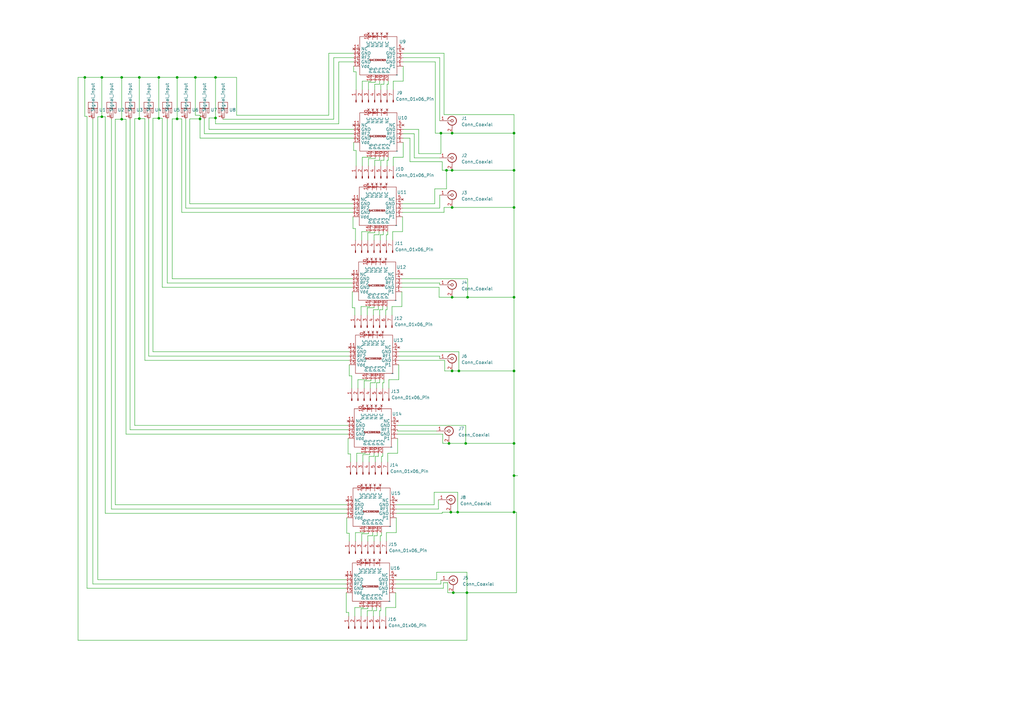
<source format=kicad_sch>
(kicad_sch (version 20230121) (generator eeschema)
  (paper "A3")
  (lib_symbols
    (symbol "Connector:Conn_01x07_Pin" (pin_names (offset 1.016) hide)
      (property "Reference" "J" (at 0 10.16 0))
      (property "Value" "Conn_01x07_Pin" (at 0 -10.16 0))
      (symbol "Conn_01x07_Pin_1_1"
        (polyline (pts (xy 1.27 -7.62) (xy 0.8636 -7.62)) (stroke (width 0.1524)))
        (polyline (pts (xy 1.27 -5.08) (xy 0.8636 -5.08)) (stroke (width 0.1524)))
        (polyline (pts (xy 1.27 -2.54) (xy 0.8636 -2.54)) (stroke (width 0.1524)))
        (polyline (pts (xy 1.27 0) (xy 0.8636 0)) (stroke (width 0.1524)))
        (polyline (pts (xy 1.27 2.54) (xy 0.8636 2.54)) (stroke (width 0.1524)))
        (polyline (pts (xy 1.27 5.08) (xy 0.8636 5.08)) (stroke (width 0.1524)))
        (polyline (pts (xy 1.27 7.62) (xy 0.8636 7.62)) (stroke (width 0.1524)))
        (rectangle (start 0.8636 -7.493) (end 0 -7.747) (stroke (width 0.1524)) (fill (type outline)))
        (rectangle (start 0.8636 -4.953) (end 0 -5.207) (stroke (width 0.1524)) (fill (type outline)))
        (rectangle (start 0.8636 -2.413) (end 0 -2.667) (stroke (width 0.1524)) (fill (type outline)))
        (rectangle (start 0.8636 0.127) (end 0 -0.127) (stroke (width 0.1524)) (fill (type outline)))
        (rectangle (start 0.8636 2.667) (end 0 2.413) (stroke (width 0.1524)) (fill (type outline)))
        (rectangle (start 0.8636 5.207) (end 0 4.953) (stroke (width 0.1524)) (fill (type outline)))
        (rectangle (start 0.8636 7.747) (end 0 7.493) (stroke (width 0.1524)) (fill (type outline)))
        (pin passive line (at 5.08 7.62 180) (length 3.81) (name "Pin_1") (number "1"))
        (pin passive line (at 5.08 5.08 180) (length 3.81) (name "Pin_2") (number "2"))
        (pin passive line (at 5.08 2.54 180) (length 3.81) (name "Pin_3") (number "3"))
        (pin passive line (at 5.08 0 180) (length 3.81) (name "Pin_4") (number "4"))
        (pin passive line (at 5.08 -2.54 180) (length 3.81) (name "Pin_5") (number "5"))
        (pin passive line (at 5.08 -5.08 180) (length 3.81) (name "Pin_6") (number "6"))
        (pin passive line (at 5.08 -7.62 180) (length 3.81) (name "Pin_7") (number "7"))
      )
    )
    (symbol "Connector:Conn_Coaxial" (pin_names (offset 1.016) hide)
      (property "Reference" "J" (at 0.254 3.048 0))
      (property "Value" "Conn_Coaxial" (at 2.921 0 90))
      (symbol "Conn_Coaxial_0_1"
        (arc (start -1.778 -0.508) (mid 0.2311 -1.8066) (end 1.778 0) (stroke (width 0.254)))
        (polyline (pts (xy -2.54 0) (xy -0.508 0)))
        (polyline (pts (xy 0 -2.54) (xy 0 -1.778)))
        (circle (center 0 0) (radius 0.508) (stroke (width 0.2032)))
        (arc (start 1.778 0) (mid 0.2099 1.8101) (end -1.778 0.508) (stroke (width 0.254)))
      )
      (symbol "Conn_Coaxial_1_1"
        (pin passive line (at -5.08 0 0) (length 2.54) (name "In") (number "1"))
        (pin passive line (at 0 -5.08 90) (length 2.54) (name "Ext") (number "2"))
      )
    )
    (symbol "Userlib:Antenna_Element"
      (property "Reference" "U" (at 0 11.43 0))
      (symbol "Antenna_Element_0_1"
        (rectangle (start -1.905 0) (end -1.27 -1.905))
        (rectangle (start -1.905 2.54) (end 1.905 0))
        (rectangle (start -0.635 0) (end 0.635 -3.81))
        (rectangle (start 1.27 0) (end 1.905 -1.905))
      )
      (symbol "Antenna_Element_1_1"
        (pin input line (at 0 -4.445 90) (length 2.54) (name "Signal_input") (number "1"))
      )
    )
    (symbol "Userlib_kicad:SAC33003Q5"
      (property "Reference" "U" (at -2.286 3.81 0))
      (symbol "SAC33003Q5_0_1"
        (rectangle (start -7.874 7.874) (end 7.366 -7.874))
      )
      (symbol "SAC33003Q5_1_1"
        (text "SAC33003Q5" (at 0 1.778 0) (effects (font (size 0.7 0.7))))
        (pin input line (at -10.414 4.318 0) (length 2.54) (name "P1") (number "1"))
        (pin no_connect line (at 3.81 -9.144 90) (length 2.54) (name "NC") (number "10"))
        (pin no_connect line (at 9.906 -2.794 180) (length 2.54) (name "NC") (number "11"))
        (pin bidirectional line (at 9.906 -1.016 180) (length 2.54) (name "GND") (number "12"))
        (pin output line (at 9.906 0.762 180) (length 2.54) (name "RF2") (number "13"))
        (pin bidirectional line (at 9.906 2.54 180) (length 2.54) (name "GND") (number "14"))
        (pin power_in line (at 9.906 4.318 180) (length 2.54) (name "Vdd") (number "15"))
        (pin input line (at 2.794 10.414 270) (length 2.54) (name "P6") (number "16"))
        (pin input line (at 1.016 10.414 270) (length 2.54) (name "P5") (number "17"))
        (pin input line (at -0.762 10.414 270) (length 2.54) (name "P4") (number "18"))
        (pin input line (at -2.54 10.414 270) (length 2.54) (name "P3") (number "19"))
        (pin bidirectional line (at -10.414 2.54 0) (length 2.54) (name "GND") (number "2"))
        (pin input line (at -4.318 10.414 270) (length 2.54) (name "P2") (number "20"))
        (pin input line (at -10.414 0.762 0) (length 2.54) (name "RF1") (number "3"))
        (pin bidirectional line (at -10.414 -1.016 0) (length 2.54) (name "GND") (number "4"))
        (pin no_connect line (at -10.414 -2.794 0) (length 2.54) (name "NC") (number "5"))
        (pin no_connect line (at -3.81 -9.144 90) (length 2.54) (name "NC") (number "6"))
        (pin no_connect line (at -1.524 -9.144 90) (length 2.54) (name "NC") (number "7"))
        (pin no_connect line (at 0.254 -9.144 90) (length 2.54) (name "NC") (number "8"))
        (pin no_connect line (at 2.032 -9.144 90) (length 2.54) (name "NC") (number "9"))
      )
    )
  )
  (junction (at 210.82 195.072))
  (junction (at 210.82 69.85))
  (junction (at 185.42 69.85))
  (junction (at 57.15 31.75))
  (junction (at 65.151 48.514))
  (junction (at 57.15 48.641))
  (junction (at 185.928 243.078))
  (junction (at 210.82 85.09))
  (junction (at 185.42 152.146))
  (junction (at 184.912 210.058))
  (junction (at 80.137 31.75))
  (junction (at 185.42 85.09))
  (junction (at 65.151 31.75))
  (junction (at 49.911 48.895))
  (junction (at 88.392 31.75))
  (junction (at 191.008 181.864))
  (junction (at 180.848 54.61))
  (junction (at 185.42 121.92))
  (junction (at 184.15 181.864))
  (junction (at 210.82 181.864))
  (junction (at 82.042 48.768))
  (junction (at 183.134 69.85))
  (junction (at 191.77 121.92))
  (junction (at 210.82 152.146))
  (junction (at 187.706 210.058))
  (junction (at 72.644 31.75))
  (junction (at 49.911 31.75))
  (junction (at 188.214 152.146))
  (junction (at 72.644 48.768))
  (junction (at 191.516 243.078))
  (junction (at 41.783 47.879))
  (junction (at 88.392 48.387))
  (junction (at 34.798 31.75))
  (junction (at 210.82 121.92))
  (junction (at 41.783 31.75))
  (junction (at 210.82 210.058))
  (junction (at 185.42 54.61))
  (junction (at 210.82 54.61))
  (wire (pts (xy 178.562 54.61) (xy 180.848 54.61)))
  (wire (pts (xy 181.356 210.058) (xy 184.912 210.058)))
  (wire (pts (xy 148.59 64.516) (xy 152.146 64.516)))
  (wire (pts (xy 32.004 31.75) (xy 34.798 31.75)))
  (wire (pts (xy 65.151 48.514) (xy 65.151 31.75)))
  (wire (pts (xy 164.846 114.3) (xy 191.77 114.3)))
  (wire (pts (xy 155.702 129.286) (xy 155.702 127)))
  (wire (pts (xy 179.07 234.696) (xy 191.516 234.696)))
  (wire (pts (xy 165.1 94.996) (xy 165.1 88.9)))
  (wire (pts (xy 151.638 186.436) (xy 151.638 185.928)))
  (wire (pts (xy 180.086 121.92) (xy 185.42 121.92)))
  (wire (pts (xy 55.245 174.498) (xy 55.245 48.641)))
  (wire (pts (xy 182.372 152.146) (xy 185.42 152.146)))
  (wire (pts (xy 143.764 189.484) (xy 143.764 186.182)))
  (wire (pts (xy 40.132 237.744) (xy 40.132 47.879)))
  (wire (pts (xy 145.034 29.464) (xy 145.034 27.178)))
  (wire (pts (xy 157.48 156.972) (xy 157.48 155.702)))
  (wire (pts (xy 158.75 127) (xy 158.75 125.73)))
  (wire (pts (xy 153.162 250.444) (xy 154.432 250.444)))
  (wire (pts (xy 171.704 53.086) (xy 171.704 62.992)))
  (wire (pts (xy 88.392 50.8) (xy 88.392 48.387)))
  (wire (pts (xy 153.416 96.266) (xy 155.448 96.266)))
  (wire (pts (xy 143.002 252.73) (xy 143.002 251.206)))
  (wire (pts (xy 153.67 68.072) (xy 153.67 65.786)))
  (wire (pts (xy 168.148 56.642) (xy 168.148 66.294)))
  (wire (pts (xy 59.436 48.641) (xy 57.15 48.641)))
  (wire (pts (xy 188.214 144.272) (xy 188.214 152.146)))
  (wire (pts (xy 158.75 65.786) (xy 159.258 65.786)))
  (wire (pts (xy 145.796 93.726) (xy 144.78 93.726)))
  (wire (pts (xy 151.384 187.198) (xy 153.416 187.198)))
  (wire (pts (xy 41.783 31.75) (xy 41.783 47.879)))
  (wire (pts (xy 70.612 48.768) (xy 72.644 48.768)))
  (wire (pts (xy 183.642 239.014) (xy 183.642 243.078)))
  (wire (pts (xy 65.151 31.75) (xy 57.15 31.75)))
  (wire (pts (xy 155.194 187.198) (xy 155.194 185.928)))
  (wire (pts (xy 146.05 36.83) (xy 146.05 29.464)))
  (wire (pts (xy 142.748 178.054) (xy 51.689 178.054)))
  (wire (pts (xy 55.245 48.641) (xy 57.15 48.641)))
  (wire (pts (xy 162.306 239.522) (xy 180.848 239.522)))
  (wire (pts (xy 151.892 159.258) (xy 151.892 156.972)))
  (wire (pts (xy 181.61 181.864) (xy 184.15 181.864)))
  (wire (pts (xy 156.464 189.484) (xy 156.464 187.198)))
  (wire (pts (xy 62.738 48.514) (xy 65.151 48.514)))
  (wire (pts (xy 68.58 116.078) (xy 68.58 48.895)))
  (wire (pts (xy 146.812 159.258) (xy 146.812 155.702)))
  (wire (pts (xy 184.15 181.864) (xy 191.008 181.864)))
  (wire (pts (xy 158.496 96.266) (xy 159.004 96.266)))
  (wire (pts (xy 191.516 243.078) (xy 211.836 243.078)))
  (wire (pts (xy 154.432 250.444) (xy 154.432 249.174)))
  (wire (pts (xy 148.336 98.552) (xy 148.336 94.996)))
  (wire (pts (xy 51.689 178.054) (xy 51.689 48.895)))
  (wire (pts (xy 35.687 47.752) (xy 34.798 47.752)))
  (wire (pts (xy 38.1 239.522) (xy 38.1 48.895)))
  (wire (pts (xy 180.34 49.53) (xy 180.34 23.622)))
  (wire (pts (xy 159.258 34.544) (xy 159.258 33.274)))
  (wire (pts (xy 148.844 189.484) (xy 148.844 186.436)))
  (wire (pts (xy 57.15 48.641) (xy 57.15 31.75)))
  (wire (pts (xy 153.924 189.484) (xy 153.924 187.198)))
  (wire (pts (xy 83.82 54.864) (xy 145.034 54.864)))
  (wire (pts (xy 163.068 174.498) (xy 191.008 174.498)))
  (wire (pts (xy 149.352 156.21) (xy 152.146 156.21)))
  (wire (pts (xy 156.972 127) (xy 156.972 125.73)))
  (wire (pts (xy 148.336 221.996) (xy 148.336 218.948)))
  (wire (pts (xy 142.748 176.276) (xy 53.34 176.276)))
  (wire (pts (xy 158.496 98.552) (xy 158.496 96.266)))
  (wire (pts (xy 138.938 50.8) (xy 88.392 50.8)))
  (wire (pts (xy 82.042 48.768) (xy 82.042 47.244)))
  (wire (pts (xy 181.356 66.294) (xy 181.356 69.85)))
  (wire (pts (xy 144.78 85.344) (xy 76.2 85.344)))
  (wire (pts (xy 158.496 221.996) (xy 158.496 218.44)))
  (wire (pts (xy 145.542 126.238) (xy 144.526 126.238)))
  (wire (pts (xy 191.008 174.498) (xy 191.008 181.864)))
  (wire (pts (xy 148.59 68.072) (xy 148.59 64.516)))
  (wire (pts (xy 156.972 187.198) (xy 156.972 185.928)))
  (wire (pts (xy 143.256 147.828) (xy 59.436 147.828)))
  (wire (pts (xy 185.42 69.85) (xy 210.82 69.85)))
  (wire (pts (xy 164.846 125.73) (xy 164.846 119.634)))
  (wire (pts (xy 134.874 47.244) (xy 97.028 47.244)))
  (wire (pts (xy 97.028 31.75) (xy 88.392 31.75)))
  (wire (pts (xy 191.008 181.864) (xy 210.82 181.864)))
  (wire (pts (xy 191.516 262.636) (xy 191.516 243.078)))
  (wire (pts (xy 151.13 218.948) (xy 151.13 218.44)))
  (wire (pts (xy 155.702 250.444) (xy 156.21 250.444)))
  (wire (pts (xy 210.82 54.61) (xy 210.82 69.85)))
  (wire (pts (xy 43.18 210.566) (xy 43.18 47.879)))
  (wire (pts (xy 183.134 69.85) (xy 185.42 69.85)))
  (wire (pts (xy 156.464 219.71) (xy 156.464 218.44)))
  (wire (pts (xy 153.924 33.782) (xy 153.924 33.274)))
  (wire (pts (xy 191.516 234.696) (xy 191.516 243.078)))
  (wire (pts (xy 155.194 127) (xy 155.194 125.73)))
  (wire (pts (xy 138.938 25.4) (xy 138.938 50.8)))
  (wire (pts (xy 80.137 31.75) (xy 72.644 31.75)))
  (wire (pts (xy 49.911 48.895) (xy 49.911 31.75)))
  (wire (pts (xy 70.612 114.3) (xy 70.612 48.768)))
  (wire (pts (xy 160.782 129.286) (xy 160.782 125.73)))
  (wire (pts (xy 142.24 207.01) (xy 47.244 207.01)))
  (wire (pts (xy 159.512 159.258) (xy 159.512 155.702)))
  (wire (pts (xy 156.21 36.83) (xy 156.21 34.544)))
  (wire (pts (xy 163.576 146.05) (xy 180.34 146.05)))
  (wire (pts (xy 162.306 237.744) (xy 179.07 237.744)))
  (wire (pts (xy 182.118 87.122) (xy 182.118 85.09)))
  (wire (pts (xy 145.542 252.73) (xy 145.542 249.174)))
  (wire (pts (xy 187.706 201.93) (xy 187.706 210.058)))
  (wire (pts (xy 142.24 210.566) (xy 43.18 210.566)))
  (wire (pts (xy 59.436 147.828) (xy 59.436 48.641)))
  (wire (pts (xy 162.56 218.44) (xy 162.56 212.344)))
  (wire (pts (xy 144.78 83.566) (xy 77.851 83.566)))
  (wire (pts (xy 153.416 98.552) (xy 153.416 96.266)))
  (wire (pts (xy 32.004 31.75) (xy 32.004 262.636)))
  (wire (pts (xy 97.028 47.244) (xy 97.028 31.75)))
  (wire (pts (xy 158.75 36.83) (xy 158.75 34.544)))
  (wire (pts (xy 155.702 65.786) (xy 155.702 64.516)))
  (wire (pts (xy 163.576 144.272) (xy 188.214 144.272)))
  (wire (pts (xy 156.21 68.072) (xy 156.21 65.786)))
  (wire (pts (xy 82.042 47.244) (xy 80.137 47.244)))
  (wire (pts (xy 155.702 156.972) (xy 155.702 155.702)))
  (wire (pts (xy 150.876 98.552) (xy 150.876 95.504)))
  (wire (pts (xy 181.356 210.566) (xy 181.356 210.058)))
  (wire (pts (xy 178.562 25.4) (xy 178.562 54.61)))
  (wire (pts (xy 163.068 176.276) (xy 163.068 176.784)))
  (wire (pts (xy 141.986 237.744) (xy 40.132 237.744)))
  (wire (pts (xy 162.306 249.174) (xy 162.306 243.078)))
  (wire (pts (xy 150.622 129.286) (xy 150.622 126.238)))
  (wire (pts (xy 212.344 195.072) (xy 210.82 195.072)))
  (wire (pts (xy 183.134 69.85) (xy 183.134 77.47)))
  (wire (pts (xy 165.354 56.642) (xy 168.148 56.642)))
  (wire (pts (xy 141.986 251.206) (xy 141.986 243.078)))
  (wire (pts (xy 85.725 48.387) (xy 88.392 48.387)))
  (wire (pts (xy 142.748 186.182) (xy 142.748 179.832)))
  (wire (pts (xy 180.34 146.05) (xy 180.34 147.066)))
  (wire (pts (xy 210.82 69.85) (xy 210.82 85.09)))
  (wire (pts (xy 74.549 48.768) (xy 72.644 48.768)))
  (wire (pts (xy 153.416 221.996) (xy 153.416 219.71)))
  (wire (pts (xy 162.56 210.566) (xy 181.356 210.566)))
  (wire (pts (xy 148.336 94.996) (xy 151.892 94.996)))
  (wire (pts (xy 34.798 47.752) (xy 34.798 31.75)))
  (wire (pts (xy 151.13 36.83) (xy 151.13 33.782)))
  (wire (pts (xy 77.851 48.768) (xy 82.042 48.768)))
  (wire (pts (xy 160.782 125.73) (xy 164.846 125.73)))
  (wire (pts (xy 163.576 155.702) (xy 163.576 149.606)))
  (wire (pts (xy 144.78 93.726) (xy 144.78 88.9)))
  (wire (pts (xy 187.706 210.058) (xy 210.82 210.058)))
  (wire (pts (xy 180.34 23.622) (xy 165.354 23.622)))
  (wire (pts (xy 146.812 155.702) (xy 150.368 155.702)))
  (wire (pts (xy 72.644 48.768) (xy 72.644 31.75)))
  (wire (pts (xy 161.29 33.274) (xy 165.354 33.274)))
  (wire (pts (xy 143.764 186.182) (xy 142.748 186.182)))
  (wire (pts (xy 88.392 31.75) (xy 80.137 31.75)))
  (wire (pts (xy 178.054 201.93) (xy 187.706 201.93)))
  (wire (pts (xy 145.796 221.996) (xy 145.796 218.44)))
  (wire (pts (xy 136.906 48.895) (xy 136.906 23.622)))
  (wire (pts (xy 153.924 65.024) (xy 153.924 64.516)))
  (wire (pts (xy 155.956 98.552) (xy 155.956 96.266)))
  (wire (pts (xy 146.05 29.464) (xy 145.034 29.464)))
  (wire (pts (xy 151.892 156.972) (xy 153.924 156.972)))
  (wire (pts (xy 80.137 47.244) (xy 80.137 31.75)))
  (wire (pts (xy 144.526 114.3) (xy 70.612 114.3)))
  (wire (pts (xy 153.416 219.71) (xy 154.686 219.71)))
  (wire (pts (xy 74.549 87.122) (xy 74.549 48.768)))
  (wire (pts (xy 169.926 64.77) (xy 169.926 54.864)))
  (wire (pts (xy 158.75 68.072) (xy 158.75 65.786)))
  (wire (pts (xy 210.82 152.146) (xy 210.82 181.864)))
  (wire (pts (xy 41.783 31.75) (xy 49.911 31.75)))
  (wire (pts (xy 150.622 252.73) (xy 150.622 250.444)))
  (wire (pts (xy 164.846 117.856) (xy 180.086 117.856)))
  (wire (pts (xy 153.416 187.198) (xy 153.416 185.928)))
  (wire (pts (xy 146.05 68.072) (xy 146.05 61.722)))
  (wire (pts (xy 151.384 189.484) (xy 151.384 187.198)))
  (wire (pts (xy 148.082 129.286) (xy 148.082 125.73)))
  (wire (pts (xy 152.146 156.21) (xy 152.146 155.702)))
  (wire (pts (xy 53.34 176.276) (xy 53.34 48.895)))
  (wire (pts (xy 144.526 126.238) (xy 144.526 119.634)))
  (wire (pts (xy 171.704 62.992) (xy 180.848 62.992)))
  (wire (pts (xy 155.956 221.996) (xy 155.956 219.71)))
  (wire (pts (xy 144.272 154.178) (xy 143.256 154.178)))
  (wire (pts (xy 143.256 221.996) (xy 143.256 218.694)))
  (wire (pts (xy 34.798 31.75) (xy 41.783 31.75)))
  (wire (pts (xy 47.244 207.01) (xy 47.244 48.895)))
  (wire (pts (xy 143.002 251.206) (xy 141.986 251.206)))
  (wire (pts (xy 144.272 159.258) (xy 144.272 154.178)))
  (wire (pts (xy 148.082 252.73) (xy 148.082 249.682)))
  (wire (pts (xy 72.644 31.75) (xy 65.151 31.75)))
  (wire (pts (xy 144.526 116.078) (xy 68.58 116.078)))
  (wire (pts (xy 49.911 48.895) (xy 51.689 48.895)))
  (wire (pts (xy 153.67 95.504) (xy 153.67 94.996)))
  (wire (pts (xy 185.42 54.61) (xy 210.82 54.61)))
  (wire (pts (xy 148.082 249.682) (xy 150.876 249.682)))
  (wire (pts (xy 91.44 48.895) (xy 136.906 48.895)))
  (wire (pts (xy 143.256 154.178) (xy 143.256 149.606)))
  (wire (pts (xy 163.068 176.784) (xy 179.07 176.784)))
  (wire (pts (xy 158.75 34.544) (xy 159.258 34.544)))
  (wire (pts (xy 157.48 34.544) (xy 157.48 33.274)))
  (wire (pts (xy 57.15 31.75) (xy 49.911 31.75)))
  (wire (pts (xy 211.836 243.078) (xy 211.836 210.058)))
  (wire (pts (xy 155.956 96.266) (xy 157.226 96.266)))
  (wire (pts (xy 156.972 156.972) (xy 157.48 156.972)))
  (wire (pts (xy 150.876 219.71) (xy 152.908 219.71)))
  (wire (pts (xy 185.42 85.09) (xy 210.82 85.09)))
  (wire (pts (xy 136.906 23.622) (xy 145.034 23.622)))
  (wire (pts (xy 155.702 34.544) (xy 155.702 33.274)))
  (wire (pts (xy 210.82 85.09) (xy 210.82 121.92)))
  (wire (pts (xy 150.876 95.504) (xy 153.67 95.504)))
  (wire (pts (xy 183.642 243.078) (xy 185.928 243.078)))
  (wire (pts (xy 66.548 48.514) (xy 65.151 48.514)))
  (wire (pts (xy 184.912 210.058) (xy 187.706 210.058)))
  (wire (pts (xy 32.004 262.636) (xy 191.516 262.636)))
  (wire (pts (xy 163.068 178.054) (xy 181.61 178.054)))
  (wire (pts (xy 165.354 33.274) (xy 165.354 27.178)))
  (wire (pts (xy 142.24 218.694) (xy 142.24 212.344)))
  (wire (pts (xy 40.132 47.879) (xy 41.783 47.879)))
  (wire (pts (xy 146.304 189.484) (xy 146.304 185.928)))
  (wire (pts (xy 150.876 221.996) (xy 150.876 219.71)))
  (wire (pts (xy 143.256 144.272) (xy 62.738 144.272)))
  (wire (pts (xy 143.256 218.694) (xy 142.24 218.694)))
  (wire (pts (xy 153.67 34.544) (xy 155.702 34.544)))
  (wire (pts (xy 180.34 80.01) (xy 180.34 85.344)))
  (wire (pts (xy 155.956 219.71) (xy 156.464 219.71)))
  (wire (pts (xy 161.036 98.552) (xy 161.036 94.996)))
  (wire (pts (xy 161.29 64.516) (xy 165.354 64.516)))
  (wire (pts (xy 151.13 65.024) (xy 153.924 65.024)))
  (wire (pts (xy 182.372 147.828) (xy 182.372 152.146)))
  (wire (pts (xy 181.61 178.054) (xy 181.61 181.864)))
  (wire (pts (xy 150.622 126.238) (xy 153.416 126.238)))
  (wire (pts (xy 159.258 65.786) (xy 159.258 64.516)))
  (wire (pts (xy 144.78 87.122) (xy 74.549 87.122)))
  (wire (pts (xy 158.242 129.286) (xy 158.242 127)))
  (wire (pts (xy 163.068 185.928) (xy 163.068 179.832)))
  (wire (pts (xy 159.004 185.928) (xy 163.068 185.928)))
  (wire (pts (xy 210.82 121.92) (xy 210.82 152.146)))
  (wire (pts (xy 35.687 241.3) (xy 35.687 47.752)))
  (wire (pts (xy 148.336 218.948) (xy 151.13 218.948)))
  (wire (pts (xy 162.56 208.788) (xy 179.832 208.788)))
  (wire (pts (xy 181.356 69.85) (xy 183.134 69.85)))
  (wire (pts (xy 168.148 66.294) (xy 181.356 66.294)))
  (wire (pts (xy 161.29 36.83) (xy 161.29 33.274)))
  (wire (pts (xy 153.924 187.198) (xy 155.194 187.198)))
  (wire (pts (xy 155.448 96.266) (xy 155.448 94.996)))
  (wire (pts (xy 41.783 47.879) (xy 43.18 47.879)))
  (wire (pts (xy 161.29 68.072) (xy 161.29 64.516)))
  (wire (pts (xy 76.2 85.344) (xy 76.2 48.895)))
  (wire (pts (xy 142.24 208.788) (xy 45.72 208.788)))
  (wire (pts (xy 182.118 46.99) (xy 210.82 46.99)))
  (wire (pts (xy 165.1 83.566) (xy 178.308 83.566)))
  (wire (pts (xy 155.702 252.73) (xy 155.702 250.444)))
  (wire (pts (xy 83.82 48.895) (xy 83.82 54.864)))
  (wire (pts (xy 145.542 129.286) (xy 145.542 126.238)))
  (wire (pts (xy 60.96 146.05) (xy 60.96 48.895)))
  (wire (pts (xy 162.56 207.01) (xy 178.054 207.01)))
  (wire (pts (xy 162.306 241.3) (xy 181.864 241.3)))
  (wire (pts (xy 158.242 249.174) (xy 162.306 249.174)))
  (wire (pts (xy 210.82 181.864) (xy 210.82 195.072)))
  (wire (pts (xy 157.48 65.786) (xy 157.48 64.516)))
  (wire (pts (xy 158.496 218.44) (xy 162.56 218.44)))
  (wire (pts (xy 45.72 208.788) (xy 45.72 48.895)))
  (wire (pts (xy 159.004 96.266) (xy 159.004 94.996)))
  (wire (pts (xy 164.846 116.078) (xy 180.34 116.078)))
  (wire (pts (xy 153.162 129.286) (xy 153.162 127)))
  (wire (pts (xy 145.796 218.44) (xy 149.352 218.44)))
  (wire (pts (xy 154.432 156.972) (xy 155.702 156.972)))
  (wire (pts (xy 188.214 152.146) (xy 210.82 152.146)))
  (wire (pts (xy 88.392 48.387) (xy 88.392 31.75)))
  (wire (pts (xy 152.654 250.444) (xy 152.654 249.174)))
  (wire (pts (xy 159.004 189.484) (xy 159.004 185.928)))
  (wire (pts (xy 153.67 36.83) (xy 153.67 34.544)))
  (wire (pts (xy 180.086 117.856) (xy 180.086 121.92)))
  (wire (pts (xy 150.876 249.682) (xy 150.876 249.174)))
  (wire (pts (xy 146.05 61.722) (xy 145.034 61.722)))
  (wire (pts (xy 157.226 96.266) (xy 157.226 94.996)))
  (wire (pts (xy 47.244 48.895) (xy 49.911 48.895)))
  (wire (pts (xy 145.542 249.174) (xy 149.098 249.174)))
  (wire (pts (xy 165.354 21.844) (xy 182.118 21.844)))
  (wire (pts (xy 178.308 77.47) (xy 183.134 77.47)))
  (wire (pts (xy 156.464 187.198) (xy 156.972 187.198)))
  (wire (pts (xy 154.686 219.71) (xy 154.686 218.44)))
  (wire (pts (xy 155.702 127) (xy 156.972 127)))
  (wire (pts (xy 153.162 127) (xy 155.194 127)))
  (wire (pts (xy 179.832 208.788) (xy 179.832 204.978)))
  (wire (pts (xy 151.13 33.782) (xy 153.924 33.782)))
  (wire (pts (xy 180.848 62.992) (xy 180.848 54.61)))
  (wire (pts (xy 180.34 116.078) (xy 180.34 116.84)))
  (wire (pts (xy 156.21 34.544) (xy 157.48 34.544)))
  (wire (pts (xy 145.034 21.844) (xy 134.874 21.844)))
  (wire (pts (xy 134.874 21.844) (xy 134.874 47.244)))
  (wire (pts (xy 148.59 36.83) (xy 148.59 33.274)))
  (wire (pts (xy 142.748 174.498) (xy 55.245 174.498)))
  (wire (pts (xy 85.725 53.086) (xy 85.725 48.387)))
  (wire (pts (xy 145.034 53.086) (xy 85.725 53.086)))
  (wire (pts (xy 179.07 237.744) (xy 179.07 234.696)))
  (wire (pts (xy 82.042 56.642) (xy 82.042 48.768)))
  (wire (pts (xy 178.054 207.01) (xy 178.054 201.93)))
  (wire (pts (xy 211.836 210.058) (xy 210.82 210.058)))
  (wire (pts (xy 150.622 250.444) (xy 152.654 250.444)))
  (wire (pts (xy 180.34 85.344) (xy 165.1 85.344)))
  (wire (pts (xy 185.928 243.078) (xy 191.516 243.078)))
  (wire (pts (xy 165.354 64.516) (xy 165.354 58.42)))
  (wire (pts (xy 148.082 125.73) (xy 151.638 125.73)))
  (wire (pts (xy 180.848 239.522) (xy 180.848 237.998)))
  (wire (pts (xy 178.308 83.566) (xy 178.308 77.47)))
  (wire (pts (xy 153.162 252.73) (xy 153.162 250.444)))
  (wire (pts (xy 153.416 126.238) (xy 153.416 125.73)))
  (wire (pts (xy 148.844 186.436) (xy 151.638 186.436)))
  (wire (pts (xy 169.926 54.864) (xy 165.354 54.864)))
  (wire (pts (xy 77.851 83.566) (xy 77.851 48.768)))
  (wire (pts (xy 210.82 46.99) (xy 210.82 54.61)))
  (wire (pts (xy 165.1 87.122) (xy 182.118 87.122)))
  (wire (pts (xy 151.13 68.072) (xy 151.13 65.024)))
  (wire (pts (xy 180.848 54.61) (xy 185.42 54.61)))
  (wire (pts (xy 180.34 64.77) (xy 169.926 64.77)))
  (wire (pts (xy 165.354 53.086) (xy 171.704 53.086)))
  (wire (pts (xy 152.908 219.71) (xy 152.908 218.44)))
  (wire (pts (xy 191.77 121.92) (xy 210.82 121.92)))
  (wire (pts (xy 145.034 56.642) (xy 82.042 56.642)))
  (wire (pts (xy 159.512 155.702) (xy 163.576 155.702)))
  (wire (pts (xy 145.796 98.552) (xy 145.796 93.726)))
  (wire (pts (xy 158.242 127) (xy 158.75 127)))
  (wire (pts (xy 146.304 185.928) (xy 149.86 185.928)))
  (wire (pts (xy 153.924 156.972) (xy 153.924 155.702)))
  (wire (pts (xy 156.21 250.444) (xy 156.21 249.174)))
  (wire (pts (xy 181.864 239.014) (xy 183.642 239.014)))
  (wire (pts (xy 163.576 147.828) (xy 182.372 147.828)))
  (wire (pts (xy 210.82 210.058) (xy 210.82 195.072)))
  (wire (pts (xy 156.21 65.786) (xy 157.48 65.786)))
  (wire (pts (xy 149.352 159.258) (xy 149.352 156.21)))
  (wire (pts (xy 153.67 65.786) (xy 155.702 65.786)))
  (wire (pts (xy 182.118 85.09) (xy 185.42 85.09)))
  (wire (pts (xy 143.256 146.05) (xy 60.96 146.05)))
  (wire (pts (xy 161.036 94.996) (xy 165.1 94.996)))
  (wire (pts (xy 158.242 252.73) (xy 158.242 249.174)))
  (wire (pts (xy 145.034 25.4) (xy 138.938 25.4)))
  (wire (pts (xy 144.526 117.856) (xy 66.548 117.856)))
  (wire (pts (xy 145.034 61.722) (xy 145.034 58.42)))
  (wire (pts (xy 62.738 144.272) (xy 62.738 48.514)))
  (wire (pts (xy 182.118 21.844) (xy 182.118 46.99)))
  (wire (pts (xy 141.986 239.522) (xy 38.1 239.522)))
  (wire (pts (xy 185.42 121.92) (xy 191.77 121.92)))
  (wire (pts (xy 191.77 114.3) (xy 191.77 121.92)))
  (wire (pts (xy 66.548 117.856) (xy 66.548 48.514)))
  (wire (pts (xy 154.432 159.258) (xy 154.432 156.972)))
  (wire (pts (xy 148.59 33.274) (xy 152.146 33.274)))
  (wire (pts (xy 156.972 159.258) (xy 156.972 156.972)))
  (wire (pts (xy 185.42 152.146) (xy 188.214 152.146)))
  (wire (pts (xy 141.986 241.3) (xy 35.687 241.3)))
  (wire (pts (xy 181.864 241.3) (xy 181.864 239.014)))
  (wire (pts (xy 165.354 25.4) (xy 178.562 25.4)))
  (symbol (lib_id "Connector:Conn_01x07_Pin") (at 150.876 227.076 90) (unit 1)
    (property "Reference" "J15" (at 161.036 223.266 90))
    (property "Value" "Conn_01x06_Pin" (at 167.386 225.806 90))
    (property "Footprint" "Connector_JST:JST_EH_B7B-EH-A_1x07_P2.50mm_Vertical" (effects hide))
  )
  (symbol (lib_id "Userlib:Antenna_Element") (at 83.82 44.45 0) (unit 1)
    (property "Reference" "U7" (at 86.36 45.085 0) (effects (justify left)))
    (property "Value" "~" (at 83.82 44.45 0))
    (property "Footprint" "userLibPersonal:Antenna Element" (effects hide))
  )
  (symbol (lib_id "Userlib_kicad:SAC33003Q5") (at 152.654 175.514 180) (unit 1)
    (property "Reference" "U14" (at 162.814 169.7639 0))
    (property "Value" "~" (at 160.528 183.388 0))
    (property "Footprint" "Package_DFN_QFN:QFN-20-1EP_5x5mm_P0.65mm_EP3.35x3.35mm" (effects hide))
  )
  (symbol (lib_id "Userlib_kicad:SAC33003Q5") (at 154.94 54.102 180) (unit 1)
    (property "Reference" "U10" (at 165.1 48.3519 0))
    (property "Value" "~" (at 162.814 61.976 0))
    (property "Footprint" "Package_DFN_QFN:QFN-20-1EP_5x5mm_P0.65mm_EP3.35x3.35mm" (effects hide))
  )
  (symbol (lib_id "Connector:Conn_Coaxial") (at 185.928 237.998 0) (unit 1)
    (property "Reference" "J5" (at 189.738 237.0212 0) (effects (justify left)))
    (property "Value" "Conn_Coaxial" (at 189.738 239.5612 0) (effects (justify left)))
    (property "Footprint" "Connector_Coaxial:SMA_Molex_73251-1153_EdgeMount_Horizontal" (effects hide))
    (property "Datasheet" " ~" (effects hide))
  )
  (symbol (lib_id "Userlib_kicad:SAC33003Q5") (at 151.892 238.76 180) (unit 1)
    (property "Reference" "U16" (at 162.052 233.0099 0))
    (property "Value" "~" (at 159.766 246.634 0))
    (property "Footprint" "Package_DFN_QFN:QFN-20-1EP_5x5mm_P0.65mm_EP3.35x3.35mm" (effects hide))
  )
  (symbol (lib_id "Connector:Conn_01x07_Pin") (at 153.162 134.366 90) (unit 1)
    (property "Reference" "J12" (at 163.322 130.556 90))
    (property "Value" "Conn_01x06_Pin" (at 169.672 133.096 90))
    (property "Footprint" "Connector_JST:JST_EH_B7B-EH-A_1x07_P2.50mm_Vertical" (effects hide))
  )
  (symbol (lib_id "Userlib_kicad:SAC33003Q5") (at 154.432 115.316 180) (unit 1)
    (property "Reference" "U12" (at 164.592 109.5659 0))
    (property "Value" "~" (at 162.306 123.19 0))
    (property "Footprint" "Package_DFN_QFN:QFN-20-1EP_5x5mm_P0.65mm_EP3.35x3.35mm" (effects hide))
  )
  (symbol (lib_id "Connector:Conn_01x07_Pin") (at 153.416 103.632 90) (unit 1)
    (property "Reference" "J11" (at 163.576 99.822 90))
    (property "Value" "Conn_01x06_Pin" (at 169.926 102.362 90))
    (property "Footprint" "Connector_JST:JST_EH_B7B-EH-A_1x07_P2.50mm_Vertical" (effects hide))
  )
  (symbol (lib_id "Userlib:Antenna_Element") (at 45.72 44.45 0) (unit 1)
    (property "Reference" "U2" (at 48.26 45.085 0) (effects (justify left)))
    (property "Value" "~" (at 45.72 44.45 0))
    (property "Footprint" "userLibPersonal:Antenna Element" (effects hide))
  )
  (symbol (lib_id "Connector:Conn_01x07_Pin") (at 150.622 257.81 90) (unit 1)
    (property "Reference" "J16" (at 160.782 254 90))
    (property "Value" "Conn_01x06_Pin" (at 167.132 256.54 90))
    (property "Footprint" "Connector_JST:JST_EH_B7B-EH-A_1x07_P2.50mm_Vertical" (effects hide))
  )
  (symbol (lib_id "Connector:Conn_01x07_Pin") (at 153.67 41.91 90) (unit 1)
    (property "Reference" "J9" (at 163.83 38.1 90))
    (property "Value" "Conn_01x06_Pin" (at 170.18 40.64 90))
    (property "Footprint" "Connector_JST:JST_EH_B7B-EH-A_1x07_P2.50mm_Vertical" (effects hide))
  )
  (symbol (lib_id "Connector:Conn_01x07_Pin") (at 151.384 194.564 90) (unit 1)
    (property "Reference" "J14" (at 161.544 190.754 90))
    (property "Value" "Conn_01x06_Pin" (at 167.894 193.294 90))
    (property "Footprint" "Connector_JST:JST_EH_B7B-EH-A_1x07_P2.50mm_Vertical" (effects hide))
  )
  (symbol (lib_id "Userlib_kicad:SAC33003Q5") (at 154.94 22.86 180) (unit 1)
    (property "Reference" "U9" (at 165.1 17.1099 0))
    (property "Value" "~" (at 162.814 30.734 0))
    (property "Footprint" "Package_DFN_QFN:QFN-20-1EP_5x5mm_P0.65mm_EP3.35x3.35mm" (effects hide))
  )
  (symbol (lib_id "Userlib_kicad:SAC33003Q5") (at 154.686 84.582 180) (unit 1)
    (property "Reference" "U11" (at 164.846 78.8319 0))
    (property "Value" "~" (at 162.56 92.456 0))
    (property "Footprint" "Package_DFN_QFN:QFN-20-1EP_5x5mm_P0.65mm_EP3.35x3.35mm" (effects hide))
  )
  (symbol (lib_id "Connector:Conn_Coaxial") (at 185.42 64.77 0) (unit 1)
    (property "Reference" "J2" (at 189.23 63.7932 0) (effects (justify left)))
    (property "Value" "Conn_Coaxial" (at 189.23 66.3332 0) (effects (justify left)))
    (property "Footprint" "Connector_Coaxial:SMA_Molex_73251-1153_EdgeMount_Horizontal" (effects hide))
    (property "Datasheet" " ~" (effects hide))
  )
  (symbol (lib_id "Connector:Conn_Coaxial") (at 184.912 204.978 0) (unit 1)
    (property "Reference" "J8" (at 188.722 204.0012 0) (effects (justify left)))
    (property "Value" "Conn_Coaxial" (at 188.722 206.5412 0) (effects (justify left)))
    (property "Footprint" "Connector_Coaxial:SMA_Molex_73251-1153_EdgeMount_Horizontal" (effects hide))
    (property "Datasheet" " ~" (effects hide))
  )
  (symbol (lib_id "Userlib_kicad:SAC33003Q5") (at 153.162 145.288 180) (unit 1)
    (property "Reference" "U13" (at 163.322 139.5379 0))
    (property "Value" "~" (at 161.036 153.162 0))
    (property "Footprint" "Package_DFN_QFN:QFN-20-1EP_5x5mm_P0.65mm_EP3.35x3.35mm" (effects hide))
  )
  (symbol (lib_id "Userlib:Antenna_Element") (at 60.96 44.45 0) (unit 1)
    (property "Reference" "U4" (at 63.5 45.085 0) (effects (justify left)))
    (property "Value" "~" (at 60.96 44.45 0))
    (property "Footprint" "userLibPersonal:Antenna Element" (effects hide))
  )
  (symbol (lib_id "Connector:Conn_01x07_Pin") (at 153.67 73.152 90) (unit 1)
    (property "Reference" "J10" (at 163.83 69.342 90))
    (property "Value" "Conn_01x06_Pin" (at 170.18 71.882 90))
    (property "Footprint" "Connector_JST:JST_EH_B7B-EH-A_1x07_P2.50mm_Vertical" (effects hide))
  )
  (symbol (lib_id "Connector:Conn_Coaxial") (at 185.42 147.066 0) (unit 1)
    (property "Reference" "J6" (at 189.23 146.0892 0) (effects (justify left)))
    (property "Value" "Conn_Coaxial" (at 189.23 148.6292 0) (effects (justify left)))
    (property "Footprint" "Connector_Coaxial:SMA_Molex_73251-1153_EdgeMount_Horizontal" (effects hide))
    (property "Datasheet" " ~" (effects hide))
  )
  (symbol (lib_id "Connector:Conn_Coaxial") (at 184.15 176.784 0) (unit 1)
    (property "Reference" "J7" (at 187.96 175.8072 0) (effects (justify left)))
    (property "Value" "Conn_Coaxial" (at 187.96 178.3472 0) (effects (justify left)))
    (property "Footprint" "Connector_Coaxial:SMA_Molex_73251-1153_EdgeMount_Horizontal" (effects hide))
    (property "Datasheet" " ~" (effects hide))
  )
  (symbol (lib_id "Connector:Conn_Coaxial") (at 185.42 49.53 0) (unit 1)
    (property "Reference" "J1" (at 189.23 48.5532 0) (effects (justify left)))
    (property "Value" "Conn_Coaxial" (at 189.23 51.0932 0) (effects (justify left)))
    (property "Footprint" "Connector_Coaxial:SMA_Molex_73251-1153_EdgeMount_Horizontal" (effects hide))
    (property "Datasheet" " ~" (effects hide))
  )
  (symbol (lib_id "Connector:Conn_Coaxial") (at 185.42 116.84 0) (unit 1)
    (property "Reference" "J4" (at 189.23 115.8632 0) (effects (justify left)))
    (property "Value" "Conn_Coaxial" (at 189.23 118.4032 0) (effects (justify left)))
    (property "Footprint" "Connector_Coaxial:SMA_Molex_73251-1153_EdgeMount_Horizontal" (effects hide))
    (property "Datasheet" " ~" (effects hide))
  )
  (symbol (lib_id "Userlib_kicad:SAC33003Q5") (at 152.146 208.026 180) (unit 1)
    (property "Reference" "U15" (at 162.306 202.2759 0))
    (property "Value" "~" (at 160.02 215.9 0))
    (property "Footprint" "Package_DFN_QFN:QFN-20-1EP_5x5mm_P0.65mm_EP3.35x3.35mm" (effects hide))
  )
  (symbol (lib_id "Userlib:Antenna_Element") (at 76.2 44.45 0) (unit 1)
    (property "Reference" "U6" (at 78.74 45.085 0) (effects (justify left)))
    (property "Value" "~" (at 76.2 44.45 0))
    (property "Footprint" "userLibPersonal:Antenna Element" (effects hide))
  )
  (symbol (lib_id "Connector:Conn_01x07_Pin") (at 151.892 164.338 90) (unit 1)
    (property "Reference" "J13" (at 162.052 160.528 90))
    (property "Value" "Conn_01x06_Pin" (at 168.402 163.068 90))
    (property "Footprint" "Connector_JST:JST_EH_B7B-EH-A_1x07_P2.50mm_Vertical" (effects hide))
  )
  (symbol (lib_id "Userlib:Antenna_Element") (at 38.1 44.45 0) (unit 1)
    (property "Reference" "U1" (at 40.64 45.085 0) (effects (justify left)))
    (property "Value" "~" (at 38.1 44.45 0))
    (property "Footprint" "userLibPersonal:Antenna Element" (effects hide))
  )
  (symbol (lib_id "Userlib:Antenna_Element") (at 68.58 44.45 0) (unit 1)
    (property "Reference" "U5" (at 71.12 45.085 0) (effects (justify left)))
    (property "Value" "~" (at 68.58 44.45 0))
    (property "Footprint" "userLibPersonal:Antenna Element" (effects hide))
  )
  (symbol (lib_id "Connector:Conn_Coaxial") (at 185.42 80.01 0) (unit 1)
    (property "Reference" "J3" (at 189.23 79.0332 0) (effects (justify left)))
    (property "Value" "Conn_Coaxial" (at 189.23 81.5732 0) (effects (justify left)))
    (property "Footprint" "Connector_Coaxial:SMA_Molex_73251-1153_EdgeMount_Horizontal" (effects hide))
    (property "Datasheet" " ~" (effects hide))
  )
  (symbol (lib_id "Userlib:Antenna_Element") (at 53.34 44.45 0) (unit 1)
    (property "Reference" "U3" (at 55.88 45.085 0) (effects (justify left)))
    (property "Value" "~" (at 53.34 44.45 0))
    (property "Footprint" "userLibPersonal:Antenna Element" (effects hide))
  )
  (symbol (lib_id "Userlib:Antenna_Element") (at 91.44 44.45 0) (unit 1)
    (property "Reference" "U8" (at 93.98 45.085 0) (effects (justify left)))
    (property "Value" "~" (at 91.44 44.45 0))
    (property "Footprint" "userLibPersonal:Antenna Element" (effects hide))
  )
)
</source>
